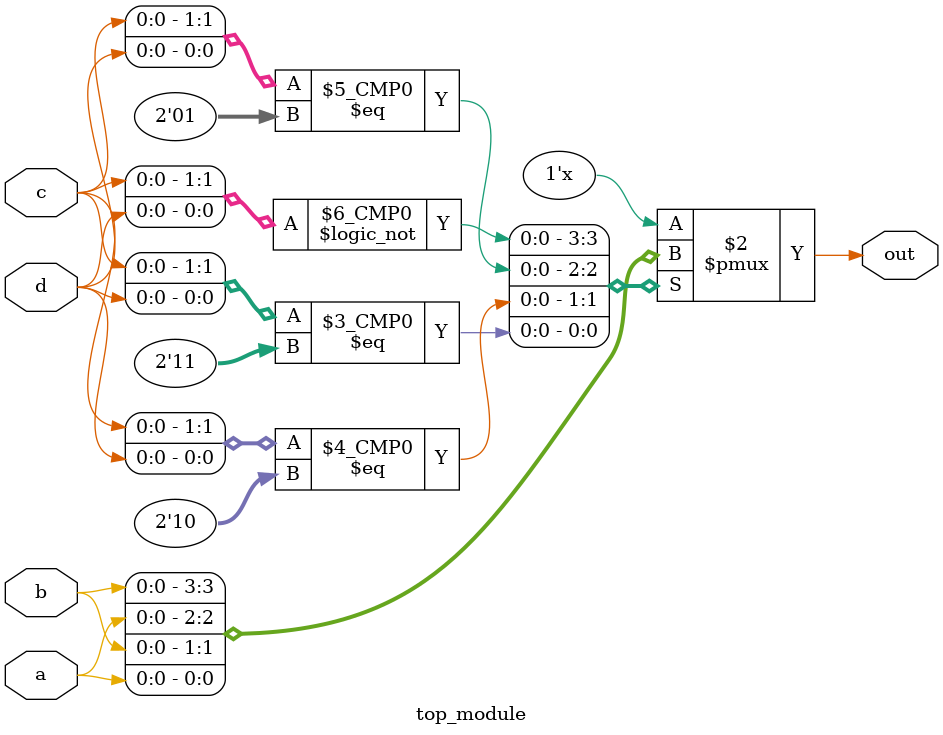
<source format=sv>
module top_module (
    input a, 
    input b,
    input c,
    input d,
    output reg out
);

always @(*) begin
    case ({c, d})
        2'b00: out = b;
        2'b01: out = a;
        2'b10: out = b;
        2'b11: out = a;
        default: out = 1'b0;  // Just for safety, although theoretically unnecessary
    endcase
end

endmodule

</source>
